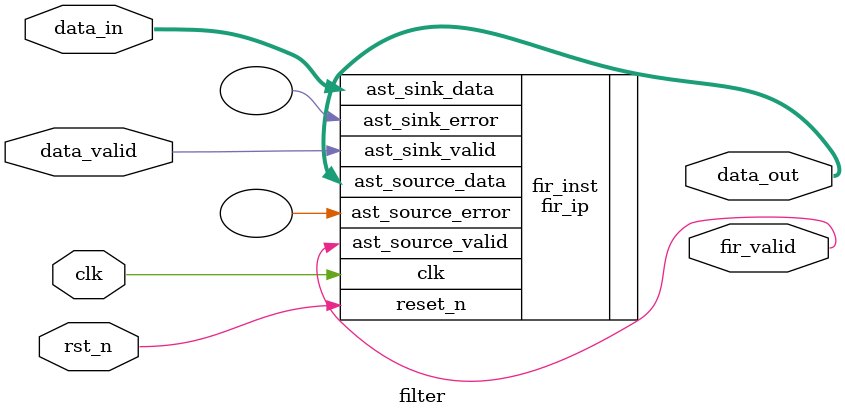
<source format=v>
module filter
(
	input wire 					clk			,
	input wire					rst_n			,
	input wire		[11:0] 	data_in		,	
	input wire					data_valid	,
	
	output	wire	[36:0]	data_out		, //滤波器输出数据
	output	wire				fir_valid	
	
);


	fir_ip fir_inst(
		.clk(clk),              //                     clk.clk
		.reset_n(rst_n),          //                     rst.reset_n
		.ast_sink_data(data_in),    //   avalon_streaming_sink.data
		.ast_sink_valid(data_valid),   //                        .valid
		.ast_sink_error(),   //                        .error
		.ast_source_data(data_out),  // avalon_streaming_source.data
		.ast_source_valid(fir_valid), //                        .valid
		.ast_source_error()  //                        .error
	);


endmodule 
</source>
